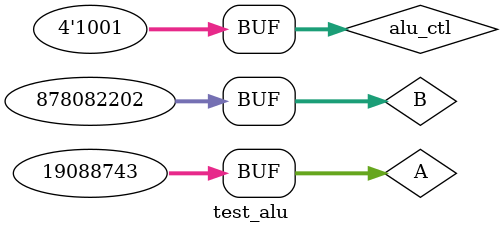
<source format=v>
`timescale 1ns / 1ps


module test_alu;

	// Inputs
	reg [3:0] alu_ctl;
	reg [31:0] A;
	reg [31:0] B;

	// Outputs
	wire zero;
	wire [31:0] result;

	// Instantiate the Unit Under Test (UUT)
	alu uut (
		.alu_ctl(alu_ctl), 
		.A(A), 
		.B(B), 
		.zero(zero), 
		.result(result)
	);

	initial begin
		// Initialize Inputs
		alu_ctl = 0;
		A = 0;
		B = 0;

		// Wait 100 ns for global reset to finish
		#100;
        
		// Add stimulus here
		A = 32'h01234567;
		B = 32'h3456789A;
		# 100;
		alu_ctl = 4'b0001;
		# 100;
		alu_ctl = 4'b0010;
		# 100;
		alu_ctl = 4'b0011;
		# 100;
		alu_ctl = 4'b0100;
		# 100;
		alu_ctl = 4'b0101;
		# 100;
		alu_ctl = 4'b0110;
		# 100;
		alu_ctl = 4'b0111;
		# 100;
		alu_ctl = 4'b1000;
		# 100;
		alu_ctl = 4'b1001;
		# 100;
	end
      
endmodule


</source>
